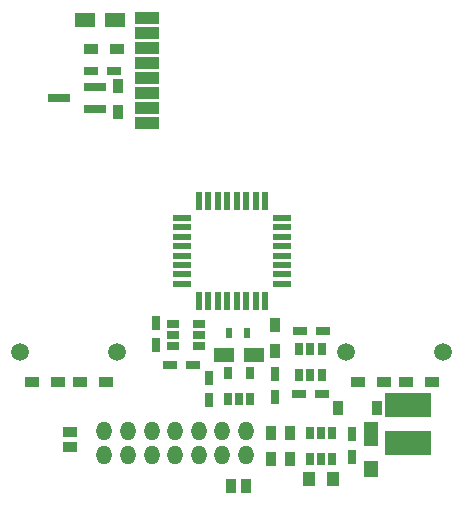
<source format=gts>
%TF.GenerationSoftware,KiCad,Pcbnew,no-vcs-found-1fe91e6~59~ubuntu16.04.1*%
%TF.CreationDate,2017-09-05T10:50:25+03:00*%
%TF.ProjectId,livolo_2_channels_1way_eu_switch,6C69766F6C6F5F325F6368616E6E656C,rev?*%
%TF.SameCoordinates,Original*%
%TF.FileFunction,Soldermask,Top*%
%TF.FilePolarity,Negative*%
%FSLAX46Y46*%
G04 Gerber Fmt 4.6, Leading zero omitted, Abs format (unit mm)*
G04 Created by KiCad (PCBNEW no-vcs-found-1fe91e6~59~ubuntu16.04.1) date Tue Sep  5 10:50:25 2017*
%MOMM*%
%LPD*%
G01*
G04 APERTURE LIST*
%ADD10O,1.300000X1.600000*%
%ADD11R,1.000000X1.250000*%
%ADD12R,4.000000X2.000000*%
%ADD13R,1.200000X2.000000*%
%ADD14R,1.200000X1.400000*%
%ADD15R,0.900000X1.200000*%
%ADD16R,0.650000X1.060000*%
%ADD17R,1.750000X1.260000*%
%ADD18C,1.500000*%
%ADD19R,0.750000X1.200000*%
%ADD20R,1.200000X0.750000*%
%ADD21R,0.550000X1.600000*%
%ADD22R,1.600000X0.550000*%
%ADD23R,1.200000X0.900000*%
%ADD24R,1.060000X0.650000*%
%ADD25R,1.900000X0.800000*%
%ADD26R,0.500000X0.900000*%
%ADD27R,2.000000X1.000000*%
%ADD28R,1.270000X0.970000*%
%ADD29R,0.970000X1.270000*%
G04 APERTURE END LIST*
D10*
X143650000Y-107550000D03*
X143650000Y-109550000D03*
X141650000Y-107550000D03*
X141650000Y-109550000D03*
X139650000Y-107550000D03*
X139650000Y-109550000D03*
X137650000Y-107550000D03*
X137650000Y-109550000D03*
X135650000Y-107550000D03*
X135650000Y-109550000D03*
X133650000Y-107550000D03*
X133650000Y-109550000D03*
X131650000Y-107550000D03*
X131650000Y-109550000D03*
D11*
X149000000Y-111600000D03*
X151000000Y-111600000D03*
D12*
X157400000Y-105350000D03*
X157400000Y-108600000D03*
D13*
X154200000Y-107800000D03*
D14*
X154200000Y-110800000D03*
D15*
X145800000Y-107700000D03*
X145800000Y-109900000D03*
D16*
X150000000Y-109900000D03*
X150950000Y-109900000D03*
X149050000Y-109900000D03*
X149050000Y-107700000D03*
X150000000Y-107700000D03*
X150950000Y-107700000D03*
D17*
X141775000Y-101092000D03*
X144325000Y-101092000D03*
D15*
X132812000Y-78384000D03*
X132812000Y-80584000D03*
D18*
X152100000Y-100850000D03*
X160300000Y-100850000D03*
X132700000Y-100900000D03*
X124500000Y-100900000D03*
D19*
X140500000Y-104950000D03*
X140500000Y-103050000D03*
X146100000Y-104650000D03*
X146100000Y-102750000D03*
X152600000Y-109750000D03*
X152600000Y-107850000D03*
D20*
X150050000Y-104400000D03*
X148150000Y-104400000D03*
D19*
X136000000Y-100300000D03*
X136000000Y-98400000D03*
D20*
X148250000Y-99100000D03*
X150150000Y-99100000D03*
X137250000Y-102000000D03*
X139150000Y-102000000D03*
D15*
X154750000Y-105600000D03*
X151450000Y-105600000D03*
D21*
X145250000Y-96550000D03*
X144450000Y-96550000D03*
X143650000Y-96550000D03*
X142850000Y-96550000D03*
X142050000Y-96550000D03*
X141250000Y-96550000D03*
X140450000Y-96550000D03*
X139650000Y-96550000D03*
D22*
X138200000Y-95100000D03*
X138200000Y-94300000D03*
X138200000Y-93500000D03*
X138200000Y-92700000D03*
X138200000Y-91900000D03*
X138200000Y-91100000D03*
X138200000Y-90300000D03*
X138200000Y-89500000D03*
D21*
X139650000Y-88050000D03*
X140450000Y-88050000D03*
X141250000Y-88050000D03*
X142050000Y-88050000D03*
X142850000Y-88050000D03*
X143650000Y-88050000D03*
X144450000Y-88050000D03*
X145250000Y-88050000D03*
D22*
X146700000Y-89500000D03*
X146700000Y-90300000D03*
X146700000Y-91100000D03*
X146700000Y-91900000D03*
X146700000Y-92700000D03*
X146700000Y-93500000D03*
X146700000Y-94300000D03*
X146700000Y-95100000D03*
D15*
X147400000Y-109900000D03*
X147400000Y-107700000D03*
X146100000Y-100800000D03*
X146100000Y-98600000D03*
D23*
X130550000Y-75250000D03*
X132750000Y-75250000D03*
X155300000Y-103400000D03*
X153100000Y-103400000D03*
X157200000Y-103400000D03*
X159400000Y-103400000D03*
X129600000Y-103400000D03*
X131800000Y-103400000D03*
X127700000Y-103400000D03*
X125500000Y-103400000D03*
D16*
X142100000Y-102650000D03*
X144000000Y-102650000D03*
X144000000Y-104850000D03*
X143050000Y-104850000D03*
X142100000Y-104850000D03*
X149100000Y-100650000D03*
X148150000Y-100650000D03*
X150050000Y-100650000D03*
X150050000Y-102850000D03*
X149100000Y-102850000D03*
X148150000Y-102850000D03*
D24*
X137500000Y-98500000D03*
X137500000Y-99450000D03*
X137500000Y-100400000D03*
X139700000Y-100400000D03*
X139700000Y-98500000D03*
X139700000Y-99450000D03*
D20*
X132450000Y-77050000D03*
X130550000Y-77050000D03*
D25*
X127850000Y-79350000D03*
X130850000Y-78400000D03*
X130850000Y-80300000D03*
D26*
X142200000Y-99300000D03*
X143700000Y-99300000D03*
D17*
X129975000Y-72750000D03*
X132525000Y-72750000D03*
D27*
X135300000Y-72600000D03*
X135300000Y-73870000D03*
X135300000Y-75140000D03*
X135300000Y-76410000D03*
X135300000Y-77680000D03*
X135300000Y-78950000D03*
X135300000Y-80220000D03*
X135300000Y-81490000D03*
D28*
X128750000Y-107610000D03*
X128750000Y-108890000D03*
D29*
X143640000Y-112250000D03*
X142360000Y-112250000D03*
M02*

</source>
